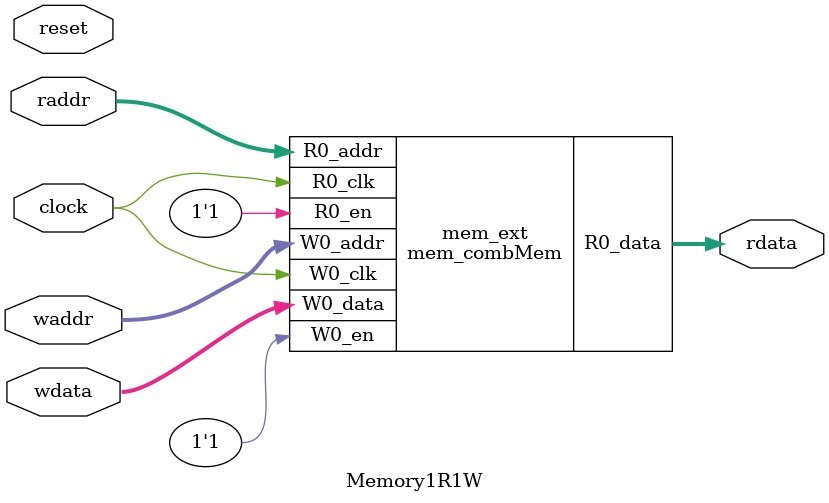
<source format=sv>
module mem_combMem(	// src/main/scala/Memory.scala:10:24
  input  [4:0]  R0_addr,
  input         R0_en,
                R0_clk,
  input  [4:0]  W0_addr,
  input         W0_en,
                W0_clk,
  input  [63:0] W0_data,
  output [63:0] R0_data
);

  reg [63:0] Memory[0:31];	// src/main/scala/Memory.scala:10:24
  reg        _GEN;	// src/main/scala/Memory.scala:10:24
  reg [4:0]  _GEN_0;	// src/main/scala/Memory.scala:10:24
  always @(posedge R0_clk) begin	// src/main/scala/Memory.scala:10:24
    _GEN <= R0_en;	// src/main/scala/Memory.scala:10:24
    _GEN_0 <= R0_addr;	// src/main/scala/Memory.scala:10:24
  end // always @(posedge)
  always @(posedge W0_clk) begin	// src/main/scala/Memory.scala:10:24
    if (W0_en)	// src/main/scala/Memory.scala:10:24
      Memory[W0_addr] <= W0_data;	// src/main/scala/Memory.scala:10:24
  end // always @(posedge)
  assign R0_data = _GEN ? Memory[_GEN_0] : 64'bx;	// src/main/scala/Memory.scala:10:24
endmodule

module Memory1R1W(	// <stdin>:3:10
  input         clock,	// <stdin>:4:11
                reset,	// <stdin>:5:11
  input  [4:0]  raddr,	// src/main/scala/Memory.scala:4:17
                waddr,	// src/main/scala/Memory.scala:7:17
  input  [63:0] wdata,	// src/main/scala/Memory.scala:8:17
  output [63:0] rdata	// src/main/scala/Memory.scala:5:17
);

  mem_combMem mem_ext (	// src/main/scala/Memory.scala:10:24
    .R0_addr (raddr),
    .R0_en   (1'h1),	// <stdin>:3:10
    .R0_clk  (clock),
    .W0_addr (waddr),
    .W0_en   (1'h1),	// <stdin>:3:10
    .W0_clk  (clock),
    .W0_data (wdata),
    .R0_data (rdata)
  );
endmodule


</source>
